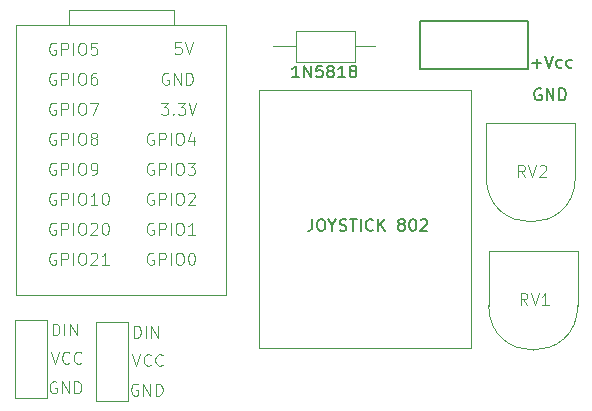
<source format=gbr>
%TF.GenerationSoftware,KiCad,Pcbnew,9.0.0*%
%TF.CreationDate,2025-03-19T09:33:47+01:00*%
%TF.ProjectId,telecommande,74656c65-636f-46d6-9d61-6e64652e6b69,rev?*%
%TF.SameCoordinates,Original*%
%TF.FileFunction,Legend,Top*%
%TF.FilePolarity,Positive*%
%FSLAX46Y46*%
G04 Gerber Fmt 4.6, Leading zero omitted, Abs format (unit mm)*
G04 Created by KiCad (PCBNEW 9.0.0) date 2025-03-19 09:33:47*
%MOMM*%
%LPD*%
G01*
G04 APERTURE LIST*
%ADD10C,0.150000*%
%ADD11C,0.100000*%
%ADD12C,0.200000*%
G04 APERTURE END LIST*
D10*
X121508779Y-79620866D02*
X122270684Y-79620866D01*
X121889731Y-80001819D02*
X121889731Y-79239914D01*
X122604017Y-79001819D02*
X122937350Y-80001819D01*
X122937350Y-80001819D02*
X123270683Y-79001819D01*
X124032588Y-79954200D02*
X123937350Y-80001819D01*
X123937350Y-80001819D02*
X123746874Y-80001819D01*
X123746874Y-80001819D02*
X123651636Y-79954200D01*
X123651636Y-79954200D02*
X123604017Y-79906580D01*
X123604017Y-79906580D02*
X123556398Y-79811342D01*
X123556398Y-79811342D02*
X123556398Y-79525628D01*
X123556398Y-79525628D02*
X123604017Y-79430390D01*
X123604017Y-79430390D02*
X123651636Y-79382771D01*
X123651636Y-79382771D02*
X123746874Y-79335152D01*
X123746874Y-79335152D02*
X123937350Y-79335152D01*
X123937350Y-79335152D02*
X124032588Y-79382771D01*
X124889731Y-79954200D02*
X124794493Y-80001819D01*
X124794493Y-80001819D02*
X124604017Y-80001819D01*
X124604017Y-80001819D02*
X124508779Y-79954200D01*
X124508779Y-79954200D02*
X124461160Y-79906580D01*
X124461160Y-79906580D02*
X124413541Y-79811342D01*
X124413541Y-79811342D02*
X124413541Y-79525628D01*
X124413541Y-79525628D02*
X124461160Y-79430390D01*
X124461160Y-79430390D02*
X124508779Y-79382771D01*
X124508779Y-79382771D02*
X124604017Y-79335152D01*
X124604017Y-79335152D02*
X124794493Y-79335152D01*
X124794493Y-79335152D02*
X124889731Y-79382771D01*
X122260588Y-81817438D02*
X122165350Y-81769819D01*
X122165350Y-81769819D02*
X122022493Y-81769819D01*
X122022493Y-81769819D02*
X121879636Y-81817438D01*
X121879636Y-81817438D02*
X121784398Y-81912676D01*
X121784398Y-81912676D02*
X121736779Y-82007914D01*
X121736779Y-82007914D02*
X121689160Y-82198390D01*
X121689160Y-82198390D02*
X121689160Y-82341247D01*
X121689160Y-82341247D02*
X121736779Y-82531723D01*
X121736779Y-82531723D02*
X121784398Y-82626961D01*
X121784398Y-82626961D02*
X121879636Y-82722200D01*
X121879636Y-82722200D02*
X122022493Y-82769819D01*
X122022493Y-82769819D02*
X122117731Y-82769819D01*
X122117731Y-82769819D02*
X122260588Y-82722200D01*
X122260588Y-82722200D02*
X122308207Y-82674580D01*
X122308207Y-82674580D02*
X122308207Y-82341247D01*
X122308207Y-82341247D02*
X122117731Y-82341247D01*
X122736779Y-82769819D02*
X122736779Y-81769819D01*
X122736779Y-81769819D02*
X123308207Y-82769819D01*
X123308207Y-82769819D02*
X123308207Y-81769819D01*
X123784398Y-82769819D02*
X123784398Y-81769819D01*
X123784398Y-81769819D02*
X124022493Y-81769819D01*
X124022493Y-81769819D02*
X124165350Y-81817438D01*
X124165350Y-81817438D02*
X124260588Y-81912676D01*
X124260588Y-81912676D02*
X124308207Y-82007914D01*
X124308207Y-82007914D02*
X124355826Y-82198390D01*
X124355826Y-82198390D02*
X124355826Y-82341247D01*
X124355826Y-82341247D02*
X124308207Y-82531723D01*
X124308207Y-82531723D02*
X124260588Y-82626961D01*
X124260588Y-82626961D02*
X124165350Y-82722200D01*
X124165350Y-82722200D02*
X124022493Y-82769819D01*
X124022493Y-82769819D02*
X123784398Y-82769819D01*
D11*
X87661027Y-104272419D02*
X87994360Y-105272419D01*
X87994360Y-105272419D02*
X88327693Y-104272419D01*
X89232455Y-105177180D02*
X89184836Y-105224800D01*
X89184836Y-105224800D02*
X89041979Y-105272419D01*
X89041979Y-105272419D02*
X88946741Y-105272419D01*
X88946741Y-105272419D02*
X88803884Y-105224800D01*
X88803884Y-105224800D02*
X88708646Y-105129561D01*
X88708646Y-105129561D02*
X88661027Y-105034323D01*
X88661027Y-105034323D02*
X88613408Y-104843847D01*
X88613408Y-104843847D02*
X88613408Y-104700990D01*
X88613408Y-104700990D02*
X88661027Y-104510514D01*
X88661027Y-104510514D02*
X88708646Y-104415276D01*
X88708646Y-104415276D02*
X88803884Y-104320038D01*
X88803884Y-104320038D02*
X88946741Y-104272419D01*
X88946741Y-104272419D02*
X89041979Y-104272419D01*
X89041979Y-104272419D02*
X89184836Y-104320038D01*
X89184836Y-104320038D02*
X89232455Y-104367657D01*
X90232455Y-105177180D02*
X90184836Y-105224800D01*
X90184836Y-105224800D02*
X90041979Y-105272419D01*
X90041979Y-105272419D02*
X89946741Y-105272419D01*
X89946741Y-105272419D02*
X89803884Y-105224800D01*
X89803884Y-105224800D02*
X89708646Y-105129561D01*
X89708646Y-105129561D02*
X89661027Y-105034323D01*
X89661027Y-105034323D02*
X89613408Y-104843847D01*
X89613408Y-104843847D02*
X89613408Y-104700990D01*
X89613408Y-104700990D02*
X89661027Y-104510514D01*
X89661027Y-104510514D02*
X89708646Y-104415276D01*
X89708646Y-104415276D02*
X89803884Y-104320038D01*
X89803884Y-104320038D02*
X89946741Y-104272419D01*
X89946741Y-104272419D02*
X90041979Y-104272419D01*
X90041979Y-104272419D02*
X90184836Y-104320038D01*
X90184836Y-104320038D02*
X90232455Y-104367657D01*
X88127693Y-106820038D02*
X88032455Y-106772419D01*
X88032455Y-106772419D02*
X87889598Y-106772419D01*
X87889598Y-106772419D02*
X87746741Y-106820038D01*
X87746741Y-106820038D02*
X87651503Y-106915276D01*
X87651503Y-106915276D02*
X87603884Y-107010514D01*
X87603884Y-107010514D02*
X87556265Y-107200990D01*
X87556265Y-107200990D02*
X87556265Y-107343847D01*
X87556265Y-107343847D02*
X87603884Y-107534323D01*
X87603884Y-107534323D02*
X87651503Y-107629561D01*
X87651503Y-107629561D02*
X87746741Y-107724800D01*
X87746741Y-107724800D02*
X87889598Y-107772419D01*
X87889598Y-107772419D02*
X87984836Y-107772419D01*
X87984836Y-107772419D02*
X88127693Y-107724800D01*
X88127693Y-107724800D02*
X88175312Y-107677180D01*
X88175312Y-107677180D02*
X88175312Y-107343847D01*
X88175312Y-107343847D02*
X87984836Y-107343847D01*
X88603884Y-107772419D02*
X88603884Y-106772419D01*
X88603884Y-106772419D02*
X89175312Y-107772419D01*
X89175312Y-107772419D02*
X89175312Y-106772419D01*
X89651503Y-107772419D02*
X89651503Y-106772419D01*
X89651503Y-106772419D02*
X89889598Y-106772419D01*
X89889598Y-106772419D02*
X90032455Y-106820038D01*
X90032455Y-106820038D02*
X90127693Y-106915276D01*
X90127693Y-106915276D02*
X90175312Y-107010514D01*
X90175312Y-107010514D02*
X90222931Y-107200990D01*
X90222931Y-107200990D02*
X90222931Y-107343847D01*
X90222931Y-107343847D02*
X90175312Y-107534323D01*
X90175312Y-107534323D02*
X90127693Y-107629561D01*
X90127693Y-107629561D02*
X90032455Y-107724800D01*
X90032455Y-107724800D02*
X89889598Y-107772419D01*
X89889598Y-107772419D02*
X89651503Y-107772419D01*
X87803884Y-102872419D02*
X87803884Y-101872419D01*
X87803884Y-101872419D02*
X88041979Y-101872419D01*
X88041979Y-101872419D02*
X88184836Y-101920038D01*
X88184836Y-101920038D02*
X88280074Y-102015276D01*
X88280074Y-102015276D02*
X88327693Y-102110514D01*
X88327693Y-102110514D02*
X88375312Y-102300990D01*
X88375312Y-102300990D02*
X88375312Y-102443847D01*
X88375312Y-102443847D02*
X88327693Y-102634323D01*
X88327693Y-102634323D02*
X88280074Y-102729561D01*
X88280074Y-102729561D02*
X88184836Y-102824800D01*
X88184836Y-102824800D02*
X88041979Y-102872419D01*
X88041979Y-102872419D02*
X87803884Y-102872419D01*
X88803884Y-102872419D02*
X88803884Y-101872419D01*
X89280074Y-102872419D02*
X89280074Y-101872419D01*
X89280074Y-101872419D02*
X89851502Y-102872419D01*
X89851502Y-102872419D02*
X89851502Y-101872419D01*
X80903884Y-102672419D02*
X80903884Y-101672419D01*
X80903884Y-101672419D02*
X81141979Y-101672419D01*
X81141979Y-101672419D02*
X81284836Y-101720038D01*
X81284836Y-101720038D02*
X81380074Y-101815276D01*
X81380074Y-101815276D02*
X81427693Y-101910514D01*
X81427693Y-101910514D02*
X81475312Y-102100990D01*
X81475312Y-102100990D02*
X81475312Y-102243847D01*
X81475312Y-102243847D02*
X81427693Y-102434323D01*
X81427693Y-102434323D02*
X81380074Y-102529561D01*
X81380074Y-102529561D02*
X81284836Y-102624800D01*
X81284836Y-102624800D02*
X81141979Y-102672419D01*
X81141979Y-102672419D02*
X80903884Y-102672419D01*
X81903884Y-102672419D02*
X81903884Y-101672419D01*
X82380074Y-102672419D02*
X82380074Y-101672419D01*
X82380074Y-101672419D02*
X82951502Y-102672419D01*
X82951502Y-102672419D02*
X82951502Y-101672419D01*
X81227693Y-106620038D02*
X81132455Y-106572419D01*
X81132455Y-106572419D02*
X80989598Y-106572419D01*
X80989598Y-106572419D02*
X80846741Y-106620038D01*
X80846741Y-106620038D02*
X80751503Y-106715276D01*
X80751503Y-106715276D02*
X80703884Y-106810514D01*
X80703884Y-106810514D02*
X80656265Y-107000990D01*
X80656265Y-107000990D02*
X80656265Y-107143847D01*
X80656265Y-107143847D02*
X80703884Y-107334323D01*
X80703884Y-107334323D02*
X80751503Y-107429561D01*
X80751503Y-107429561D02*
X80846741Y-107524800D01*
X80846741Y-107524800D02*
X80989598Y-107572419D01*
X80989598Y-107572419D02*
X81084836Y-107572419D01*
X81084836Y-107572419D02*
X81227693Y-107524800D01*
X81227693Y-107524800D02*
X81275312Y-107477180D01*
X81275312Y-107477180D02*
X81275312Y-107143847D01*
X81275312Y-107143847D02*
X81084836Y-107143847D01*
X81703884Y-107572419D02*
X81703884Y-106572419D01*
X81703884Y-106572419D02*
X82275312Y-107572419D01*
X82275312Y-107572419D02*
X82275312Y-106572419D01*
X82751503Y-107572419D02*
X82751503Y-106572419D01*
X82751503Y-106572419D02*
X82989598Y-106572419D01*
X82989598Y-106572419D02*
X83132455Y-106620038D01*
X83132455Y-106620038D02*
X83227693Y-106715276D01*
X83227693Y-106715276D02*
X83275312Y-106810514D01*
X83275312Y-106810514D02*
X83322931Y-107000990D01*
X83322931Y-107000990D02*
X83322931Y-107143847D01*
X83322931Y-107143847D02*
X83275312Y-107334323D01*
X83275312Y-107334323D02*
X83227693Y-107429561D01*
X83227693Y-107429561D02*
X83132455Y-107524800D01*
X83132455Y-107524800D02*
X82989598Y-107572419D01*
X82989598Y-107572419D02*
X82751503Y-107572419D01*
X80761027Y-104072419D02*
X81094360Y-105072419D01*
X81094360Y-105072419D02*
X81427693Y-104072419D01*
X82332455Y-104977180D02*
X82284836Y-105024800D01*
X82284836Y-105024800D02*
X82141979Y-105072419D01*
X82141979Y-105072419D02*
X82046741Y-105072419D01*
X82046741Y-105072419D02*
X81903884Y-105024800D01*
X81903884Y-105024800D02*
X81808646Y-104929561D01*
X81808646Y-104929561D02*
X81761027Y-104834323D01*
X81761027Y-104834323D02*
X81713408Y-104643847D01*
X81713408Y-104643847D02*
X81713408Y-104500990D01*
X81713408Y-104500990D02*
X81761027Y-104310514D01*
X81761027Y-104310514D02*
X81808646Y-104215276D01*
X81808646Y-104215276D02*
X81903884Y-104120038D01*
X81903884Y-104120038D02*
X82046741Y-104072419D01*
X82046741Y-104072419D02*
X82141979Y-104072419D01*
X82141979Y-104072419D02*
X82284836Y-104120038D01*
X82284836Y-104120038D02*
X82332455Y-104167657D01*
X83332455Y-104977180D02*
X83284836Y-105024800D01*
X83284836Y-105024800D02*
X83141979Y-105072419D01*
X83141979Y-105072419D02*
X83046741Y-105072419D01*
X83046741Y-105072419D02*
X82903884Y-105024800D01*
X82903884Y-105024800D02*
X82808646Y-104929561D01*
X82808646Y-104929561D02*
X82761027Y-104834323D01*
X82761027Y-104834323D02*
X82713408Y-104643847D01*
X82713408Y-104643847D02*
X82713408Y-104500990D01*
X82713408Y-104500990D02*
X82761027Y-104310514D01*
X82761027Y-104310514D02*
X82808646Y-104215276D01*
X82808646Y-104215276D02*
X82903884Y-104120038D01*
X82903884Y-104120038D02*
X83046741Y-104072419D01*
X83046741Y-104072419D02*
X83141979Y-104072419D01*
X83141979Y-104072419D02*
X83284836Y-104120038D01*
X83284836Y-104120038D02*
X83332455Y-104167657D01*
X120904761Y-89257419D02*
X120571428Y-88781228D01*
X120333333Y-89257419D02*
X120333333Y-88257419D01*
X120333333Y-88257419D02*
X120714285Y-88257419D01*
X120714285Y-88257419D02*
X120809523Y-88305038D01*
X120809523Y-88305038D02*
X120857142Y-88352657D01*
X120857142Y-88352657D02*
X120904761Y-88447895D01*
X120904761Y-88447895D02*
X120904761Y-88590752D01*
X120904761Y-88590752D02*
X120857142Y-88685990D01*
X120857142Y-88685990D02*
X120809523Y-88733609D01*
X120809523Y-88733609D02*
X120714285Y-88781228D01*
X120714285Y-88781228D02*
X120333333Y-88781228D01*
X121190476Y-88257419D02*
X121523809Y-89257419D01*
X121523809Y-89257419D02*
X121857142Y-88257419D01*
X122142857Y-88352657D02*
X122190476Y-88305038D01*
X122190476Y-88305038D02*
X122285714Y-88257419D01*
X122285714Y-88257419D02*
X122523809Y-88257419D01*
X122523809Y-88257419D02*
X122619047Y-88305038D01*
X122619047Y-88305038D02*
X122666666Y-88352657D01*
X122666666Y-88352657D02*
X122714285Y-88447895D01*
X122714285Y-88447895D02*
X122714285Y-88543133D01*
X122714285Y-88543133D02*
X122666666Y-88685990D01*
X122666666Y-88685990D02*
X122095238Y-89257419D01*
X122095238Y-89257419D02*
X122714285Y-89257419D01*
X121104761Y-100107419D02*
X120771428Y-99631228D01*
X120533333Y-100107419D02*
X120533333Y-99107419D01*
X120533333Y-99107419D02*
X120914285Y-99107419D01*
X120914285Y-99107419D02*
X121009523Y-99155038D01*
X121009523Y-99155038D02*
X121057142Y-99202657D01*
X121057142Y-99202657D02*
X121104761Y-99297895D01*
X121104761Y-99297895D02*
X121104761Y-99440752D01*
X121104761Y-99440752D02*
X121057142Y-99535990D01*
X121057142Y-99535990D02*
X121009523Y-99583609D01*
X121009523Y-99583609D02*
X120914285Y-99631228D01*
X120914285Y-99631228D02*
X120533333Y-99631228D01*
X121390476Y-99107419D02*
X121723809Y-100107419D01*
X121723809Y-100107419D02*
X122057142Y-99107419D01*
X122914285Y-100107419D02*
X122342857Y-100107419D01*
X122628571Y-100107419D02*
X122628571Y-99107419D01*
X122628571Y-99107419D02*
X122533333Y-99250276D01*
X122533333Y-99250276D02*
X122438095Y-99345514D01*
X122438095Y-99345514D02*
X122342857Y-99393133D01*
X89432693Y-85585038D02*
X89337455Y-85537419D01*
X89337455Y-85537419D02*
X89194598Y-85537419D01*
X89194598Y-85537419D02*
X89051741Y-85585038D01*
X89051741Y-85585038D02*
X88956503Y-85680276D01*
X88956503Y-85680276D02*
X88908884Y-85775514D01*
X88908884Y-85775514D02*
X88861265Y-85965990D01*
X88861265Y-85965990D02*
X88861265Y-86108847D01*
X88861265Y-86108847D02*
X88908884Y-86299323D01*
X88908884Y-86299323D02*
X88956503Y-86394561D01*
X88956503Y-86394561D02*
X89051741Y-86489800D01*
X89051741Y-86489800D02*
X89194598Y-86537419D01*
X89194598Y-86537419D02*
X89289836Y-86537419D01*
X89289836Y-86537419D02*
X89432693Y-86489800D01*
X89432693Y-86489800D02*
X89480312Y-86442180D01*
X89480312Y-86442180D02*
X89480312Y-86108847D01*
X89480312Y-86108847D02*
X89289836Y-86108847D01*
X89908884Y-86537419D02*
X89908884Y-85537419D01*
X89908884Y-85537419D02*
X90289836Y-85537419D01*
X90289836Y-85537419D02*
X90385074Y-85585038D01*
X90385074Y-85585038D02*
X90432693Y-85632657D01*
X90432693Y-85632657D02*
X90480312Y-85727895D01*
X90480312Y-85727895D02*
X90480312Y-85870752D01*
X90480312Y-85870752D02*
X90432693Y-85965990D01*
X90432693Y-85965990D02*
X90385074Y-86013609D01*
X90385074Y-86013609D02*
X90289836Y-86061228D01*
X90289836Y-86061228D02*
X89908884Y-86061228D01*
X90908884Y-86537419D02*
X90908884Y-85537419D01*
X91575550Y-85537419D02*
X91766026Y-85537419D01*
X91766026Y-85537419D02*
X91861264Y-85585038D01*
X91861264Y-85585038D02*
X91956502Y-85680276D01*
X91956502Y-85680276D02*
X92004121Y-85870752D01*
X92004121Y-85870752D02*
X92004121Y-86204085D01*
X92004121Y-86204085D02*
X91956502Y-86394561D01*
X91956502Y-86394561D02*
X91861264Y-86489800D01*
X91861264Y-86489800D02*
X91766026Y-86537419D01*
X91766026Y-86537419D02*
X91575550Y-86537419D01*
X91575550Y-86537419D02*
X91480312Y-86489800D01*
X91480312Y-86489800D02*
X91385074Y-86394561D01*
X91385074Y-86394561D02*
X91337455Y-86204085D01*
X91337455Y-86204085D02*
X91337455Y-85870752D01*
X91337455Y-85870752D02*
X91385074Y-85680276D01*
X91385074Y-85680276D02*
X91480312Y-85585038D01*
X91480312Y-85585038D02*
X91575550Y-85537419D01*
X92861264Y-85870752D02*
X92861264Y-86537419D01*
X92623169Y-85489800D02*
X92385074Y-86204085D01*
X92385074Y-86204085D02*
X93004121Y-86204085D01*
X81177693Y-93205038D02*
X81082455Y-93157419D01*
X81082455Y-93157419D02*
X80939598Y-93157419D01*
X80939598Y-93157419D02*
X80796741Y-93205038D01*
X80796741Y-93205038D02*
X80701503Y-93300276D01*
X80701503Y-93300276D02*
X80653884Y-93395514D01*
X80653884Y-93395514D02*
X80606265Y-93585990D01*
X80606265Y-93585990D02*
X80606265Y-93728847D01*
X80606265Y-93728847D02*
X80653884Y-93919323D01*
X80653884Y-93919323D02*
X80701503Y-94014561D01*
X80701503Y-94014561D02*
X80796741Y-94109800D01*
X80796741Y-94109800D02*
X80939598Y-94157419D01*
X80939598Y-94157419D02*
X81034836Y-94157419D01*
X81034836Y-94157419D02*
X81177693Y-94109800D01*
X81177693Y-94109800D02*
X81225312Y-94062180D01*
X81225312Y-94062180D02*
X81225312Y-93728847D01*
X81225312Y-93728847D02*
X81034836Y-93728847D01*
X81653884Y-94157419D02*
X81653884Y-93157419D01*
X81653884Y-93157419D02*
X82034836Y-93157419D01*
X82034836Y-93157419D02*
X82130074Y-93205038D01*
X82130074Y-93205038D02*
X82177693Y-93252657D01*
X82177693Y-93252657D02*
X82225312Y-93347895D01*
X82225312Y-93347895D02*
X82225312Y-93490752D01*
X82225312Y-93490752D02*
X82177693Y-93585990D01*
X82177693Y-93585990D02*
X82130074Y-93633609D01*
X82130074Y-93633609D02*
X82034836Y-93681228D01*
X82034836Y-93681228D02*
X81653884Y-93681228D01*
X82653884Y-94157419D02*
X82653884Y-93157419D01*
X83320550Y-93157419D02*
X83511026Y-93157419D01*
X83511026Y-93157419D02*
X83606264Y-93205038D01*
X83606264Y-93205038D02*
X83701502Y-93300276D01*
X83701502Y-93300276D02*
X83749121Y-93490752D01*
X83749121Y-93490752D02*
X83749121Y-93824085D01*
X83749121Y-93824085D02*
X83701502Y-94014561D01*
X83701502Y-94014561D02*
X83606264Y-94109800D01*
X83606264Y-94109800D02*
X83511026Y-94157419D01*
X83511026Y-94157419D02*
X83320550Y-94157419D01*
X83320550Y-94157419D02*
X83225312Y-94109800D01*
X83225312Y-94109800D02*
X83130074Y-94014561D01*
X83130074Y-94014561D02*
X83082455Y-93824085D01*
X83082455Y-93824085D02*
X83082455Y-93490752D01*
X83082455Y-93490752D02*
X83130074Y-93300276D01*
X83130074Y-93300276D02*
X83225312Y-93205038D01*
X83225312Y-93205038D02*
X83320550Y-93157419D01*
X84130074Y-93252657D02*
X84177693Y-93205038D01*
X84177693Y-93205038D02*
X84272931Y-93157419D01*
X84272931Y-93157419D02*
X84511026Y-93157419D01*
X84511026Y-93157419D02*
X84606264Y-93205038D01*
X84606264Y-93205038D02*
X84653883Y-93252657D01*
X84653883Y-93252657D02*
X84701502Y-93347895D01*
X84701502Y-93347895D02*
X84701502Y-93443133D01*
X84701502Y-93443133D02*
X84653883Y-93585990D01*
X84653883Y-93585990D02*
X84082455Y-94157419D01*
X84082455Y-94157419D02*
X84701502Y-94157419D01*
X85320550Y-93157419D02*
X85415788Y-93157419D01*
X85415788Y-93157419D02*
X85511026Y-93205038D01*
X85511026Y-93205038D02*
X85558645Y-93252657D01*
X85558645Y-93252657D02*
X85606264Y-93347895D01*
X85606264Y-93347895D02*
X85653883Y-93538371D01*
X85653883Y-93538371D02*
X85653883Y-93776466D01*
X85653883Y-93776466D02*
X85606264Y-93966942D01*
X85606264Y-93966942D02*
X85558645Y-94062180D01*
X85558645Y-94062180D02*
X85511026Y-94109800D01*
X85511026Y-94109800D02*
X85415788Y-94157419D01*
X85415788Y-94157419D02*
X85320550Y-94157419D01*
X85320550Y-94157419D02*
X85225312Y-94109800D01*
X85225312Y-94109800D02*
X85177693Y-94062180D01*
X85177693Y-94062180D02*
X85130074Y-93966942D01*
X85130074Y-93966942D02*
X85082455Y-93776466D01*
X85082455Y-93776466D02*
X85082455Y-93538371D01*
X85082455Y-93538371D02*
X85130074Y-93347895D01*
X85130074Y-93347895D02*
X85177693Y-93252657D01*
X85177693Y-93252657D02*
X85225312Y-93205038D01*
X85225312Y-93205038D02*
X85320550Y-93157419D01*
X81177693Y-88125038D02*
X81082455Y-88077419D01*
X81082455Y-88077419D02*
X80939598Y-88077419D01*
X80939598Y-88077419D02*
X80796741Y-88125038D01*
X80796741Y-88125038D02*
X80701503Y-88220276D01*
X80701503Y-88220276D02*
X80653884Y-88315514D01*
X80653884Y-88315514D02*
X80606265Y-88505990D01*
X80606265Y-88505990D02*
X80606265Y-88648847D01*
X80606265Y-88648847D02*
X80653884Y-88839323D01*
X80653884Y-88839323D02*
X80701503Y-88934561D01*
X80701503Y-88934561D02*
X80796741Y-89029800D01*
X80796741Y-89029800D02*
X80939598Y-89077419D01*
X80939598Y-89077419D02*
X81034836Y-89077419D01*
X81034836Y-89077419D02*
X81177693Y-89029800D01*
X81177693Y-89029800D02*
X81225312Y-88982180D01*
X81225312Y-88982180D02*
X81225312Y-88648847D01*
X81225312Y-88648847D02*
X81034836Y-88648847D01*
X81653884Y-89077419D02*
X81653884Y-88077419D01*
X81653884Y-88077419D02*
X82034836Y-88077419D01*
X82034836Y-88077419D02*
X82130074Y-88125038D01*
X82130074Y-88125038D02*
X82177693Y-88172657D01*
X82177693Y-88172657D02*
X82225312Y-88267895D01*
X82225312Y-88267895D02*
X82225312Y-88410752D01*
X82225312Y-88410752D02*
X82177693Y-88505990D01*
X82177693Y-88505990D02*
X82130074Y-88553609D01*
X82130074Y-88553609D02*
X82034836Y-88601228D01*
X82034836Y-88601228D02*
X81653884Y-88601228D01*
X82653884Y-89077419D02*
X82653884Y-88077419D01*
X83320550Y-88077419D02*
X83511026Y-88077419D01*
X83511026Y-88077419D02*
X83606264Y-88125038D01*
X83606264Y-88125038D02*
X83701502Y-88220276D01*
X83701502Y-88220276D02*
X83749121Y-88410752D01*
X83749121Y-88410752D02*
X83749121Y-88744085D01*
X83749121Y-88744085D02*
X83701502Y-88934561D01*
X83701502Y-88934561D02*
X83606264Y-89029800D01*
X83606264Y-89029800D02*
X83511026Y-89077419D01*
X83511026Y-89077419D02*
X83320550Y-89077419D01*
X83320550Y-89077419D02*
X83225312Y-89029800D01*
X83225312Y-89029800D02*
X83130074Y-88934561D01*
X83130074Y-88934561D02*
X83082455Y-88744085D01*
X83082455Y-88744085D02*
X83082455Y-88410752D01*
X83082455Y-88410752D02*
X83130074Y-88220276D01*
X83130074Y-88220276D02*
X83225312Y-88125038D01*
X83225312Y-88125038D02*
X83320550Y-88077419D01*
X84225312Y-89077419D02*
X84415788Y-89077419D01*
X84415788Y-89077419D02*
X84511026Y-89029800D01*
X84511026Y-89029800D02*
X84558645Y-88982180D01*
X84558645Y-88982180D02*
X84653883Y-88839323D01*
X84653883Y-88839323D02*
X84701502Y-88648847D01*
X84701502Y-88648847D02*
X84701502Y-88267895D01*
X84701502Y-88267895D02*
X84653883Y-88172657D01*
X84653883Y-88172657D02*
X84606264Y-88125038D01*
X84606264Y-88125038D02*
X84511026Y-88077419D01*
X84511026Y-88077419D02*
X84320550Y-88077419D01*
X84320550Y-88077419D02*
X84225312Y-88125038D01*
X84225312Y-88125038D02*
X84177693Y-88172657D01*
X84177693Y-88172657D02*
X84130074Y-88267895D01*
X84130074Y-88267895D02*
X84130074Y-88505990D01*
X84130074Y-88505990D02*
X84177693Y-88601228D01*
X84177693Y-88601228D02*
X84225312Y-88648847D01*
X84225312Y-88648847D02*
X84320550Y-88696466D01*
X84320550Y-88696466D02*
X84511026Y-88696466D01*
X84511026Y-88696466D02*
X84606264Y-88648847D01*
X84606264Y-88648847D02*
X84653883Y-88601228D01*
X84653883Y-88601228D02*
X84701502Y-88505990D01*
X89432693Y-93205038D02*
X89337455Y-93157419D01*
X89337455Y-93157419D02*
X89194598Y-93157419D01*
X89194598Y-93157419D02*
X89051741Y-93205038D01*
X89051741Y-93205038D02*
X88956503Y-93300276D01*
X88956503Y-93300276D02*
X88908884Y-93395514D01*
X88908884Y-93395514D02*
X88861265Y-93585990D01*
X88861265Y-93585990D02*
X88861265Y-93728847D01*
X88861265Y-93728847D02*
X88908884Y-93919323D01*
X88908884Y-93919323D02*
X88956503Y-94014561D01*
X88956503Y-94014561D02*
X89051741Y-94109800D01*
X89051741Y-94109800D02*
X89194598Y-94157419D01*
X89194598Y-94157419D02*
X89289836Y-94157419D01*
X89289836Y-94157419D02*
X89432693Y-94109800D01*
X89432693Y-94109800D02*
X89480312Y-94062180D01*
X89480312Y-94062180D02*
X89480312Y-93728847D01*
X89480312Y-93728847D02*
X89289836Y-93728847D01*
X89908884Y-94157419D02*
X89908884Y-93157419D01*
X89908884Y-93157419D02*
X90289836Y-93157419D01*
X90289836Y-93157419D02*
X90385074Y-93205038D01*
X90385074Y-93205038D02*
X90432693Y-93252657D01*
X90432693Y-93252657D02*
X90480312Y-93347895D01*
X90480312Y-93347895D02*
X90480312Y-93490752D01*
X90480312Y-93490752D02*
X90432693Y-93585990D01*
X90432693Y-93585990D02*
X90385074Y-93633609D01*
X90385074Y-93633609D02*
X90289836Y-93681228D01*
X90289836Y-93681228D02*
X89908884Y-93681228D01*
X90908884Y-94157419D02*
X90908884Y-93157419D01*
X91575550Y-93157419D02*
X91766026Y-93157419D01*
X91766026Y-93157419D02*
X91861264Y-93205038D01*
X91861264Y-93205038D02*
X91956502Y-93300276D01*
X91956502Y-93300276D02*
X92004121Y-93490752D01*
X92004121Y-93490752D02*
X92004121Y-93824085D01*
X92004121Y-93824085D02*
X91956502Y-94014561D01*
X91956502Y-94014561D02*
X91861264Y-94109800D01*
X91861264Y-94109800D02*
X91766026Y-94157419D01*
X91766026Y-94157419D02*
X91575550Y-94157419D01*
X91575550Y-94157419D02*
X91480312Y-94109800D01*
X91480312Y-94109800D02*
X91385074Y-94014561D01*
X91385074Y-94014561D02*
X91337455Y-93824085D01*
X91337455Y-93824085D02*
X91337455Y-93490752D01*
X91337455Y-93490752D02*
X91385074Y-93300276D01*
X91385074Y-93300276D02*
X91480312Y-93205038D01*
X91480312Y-93205038D02*
X91575550Y-93157419D01*
X92956502Y-94157419D02*
X92385074Y-94157419D01*
X92670788Y-94157419D02*
X92670788Y-93157419D01*
X92670788Y-93157419D02*
X92575550Y-93300276D01*
X92575550Y-93300276D02*
X92480312Y-93395514D01*
X92480312Y-93395514D02*
X92385074Y-93443133D01*
X89432693Y-90665038D02*
X89337455Y-90617419D01*
X89337455Y-90617419D02*
X89194598Y-90617419D01*
X89194598Y-90617419D02*
X89051741Y-90665038D01*
X89051741Y-90665038D02*
X88956503Y-90760276D01*
X88956503Y-90760276D02*
X88908884Y-90855514D01*
X88908884Y-90855514D02*
X88861265Y-91045990D01*
X88861265Y-91045990D02*
X88861265Y-91188847D01*
X88861265Y-91188847D02*
X88908884Y-91379323D01*
X88908884Y-91379323D02*
X88956503Y-91474561D01*
X88956503Y-91474561D02*
X89051741Y-91569800D01*
X89051741Y-91569800D02*
X89194598Y-91617419D01*
X89194598Y-91617419D02*
X89289836Y-91617419D01*
X89289836Y-91617419D02*
X89432693Y-91569800D01*
X89432693Y-91569800D02*
X89480312Y-91522180D01*
X89480312Y-91522180D02*
X89480312Y-91188847D01*
X89480312Y-91188847D02*
X89289836Y-91188847D01*
X89908884Y-91617419D02*
X89908884Y-90617419D01*
X89908884Y-90617419D02*
X90289836Y-90617419D01*
X90289836Y-90617419D02*
X90385074Y-90665038D01*
X90385074Y-90665038D02*
X90432693Y-90712657D01*
X90432693Y-90712657D02*
X90480312Y-90807895D01*
X90480312Y-90807895D02*
X90480312Y-90950752D01*
X90480312Y-90950752D02*
X90432693Y-91045990D01*
X90432693Y-91045990D02*
X90385074Y-91093609D01*
X90385074Y-91093609D02*
X90289836Y-91141228D01*
X90289836Y-91141228D02*
X89908884Y-91141228D01*
X90908884Y-91617419D02*
X90908884Y-90617419D01*
X91575550Y-90617419D02*
X91766026Y-90617419D01*
X91766026Y-90617419D02*
X91861264Y-90665038D01*
X91861264Y-90665038D02*
X91956502Y-90760276D01*
X91956502Y-90760276D02*
X92004121Y-90950752D01*
X92004121Y-90950752D02*
X92004121Y-91284085D01*
X92004121Y-91284085D02*
X91956502Y-91474561D01*
X91956502Y-91474561D02*
X91861264Y-91569800D01*
X91861264Y-91569800D02*
X91766026Y-91617419D01*
X91766026Y-91617419D02*
X91575550Y-91617419D01*
X91575550Y-91617419D02*
X91480312Y-91569800D01*
X91480312Y-91569800D02*
X91385074Y-91474561D01*
X91385074Y-91474561D02*
X91337455Y-91284085D01*
X91337455Y-91284085D02*
X91337455Y-90950752D01*
X91337455Y-90950752D02*
X91385074Y-90760276D01*
X91385074Y-90760276D02*
X91480312Y-90665038D01*
X91480312Y-90665038D02*
X91575550Y-90617419D01*
X92385074Y-90712657D02*
X92432693Y-90665038D01*
X92432693Y-90665038D02*
X92527931Y-90617419D01*
X92527931Y-90617419D02*
X92766026Y-90617419D01*
X92766026Y-90617419D02*
X92861264Y-90665038D01*
X92861264Y-90665038D02*
X92908883Y-90712657D01*
X92908883Y-90712657D02*
X92956502Y-90807895D01*
X92956502Y-90807895D02*
X92956502Y-90903133D01*
X92956502Y-90903133D02*
X92908883Y-91045990D01*
X92908883Y-91045990D02*
X92337455Y-91617419D01*
X92337455Y-91617419D02*
X92956502Y-91617419D01*
X81177693Y-77965038D02*
X81082455Y-77917419D01*
X81082455Y-77917419D02*
X80939598Y-77917419D01*
X80939598Y-77917419D02*
X80796741Y-77965038D01*
X80796741Y-77965038D02*
X80701503Y-78060276D01*
X80701503Y-78060276D02*
X80653884Y-78155514D01*
X80653884Y-78155514D02*
X80606265Y-78345990D01*
X80606265Y-78345990D02*
X80606265Y-78488847D01*
X80606265Y-78488847D02*
X80653884Y-78679323D01*
X80653884Y-78679323D02*
X80701503Y-78774561D01*
X80701503Y-78774561D02*
X80796741Y-78869800D01*
X80796741Y-78869800D02*
X80939598Y-78917419D01*
X80939598Y-78917419D02*
X81034836Y-78917419D01*
X81034836Y-78917419D02*
X81177693Y-78869800D01*
X81177693Y-78869800D02*
X81225312Y-78822180D01*
X81225312Y-78822180D02*
X81225312Y-78488847D01*
X81225312Y-78488847D02*
X81034836Y-78488847D01*
X81653884Y-78917419D02*
X81653884Y-77917419D01*
X81653884Y-77917419D02*
X82034836Y-77917419D01*
X82034836Y-77917419D02*
X82130074Y-77965038D01*
X82130074Y-77965038D02*
X82177693Y-78012657D01*
X82177693Y-78012657D02*
X82225312Y-78107895D01*
X82225312Y-78107895D02*
X82225312Y-78250752D01*
X82225312Y-78250752D02*
X82177693Y-78345990D01*
X82177693Y-78345990D02*
X82130074Y-78393609D01*
X82130074Y-78393609D02*
X82034836Y-78441228D01*
X82034836Y-78441228D02*
X81653884Y-78441228D01*
X82653884Y-78917419D02*
X82653884Y-77917419D01*
X83320550Y-77917419D02*
X83511026Y-77917419D01*
X83511026Y-77917419D02*
X83606264Y-77965038D01*
X83606264Y-77965038D02*
X83701502Y-78060276D01*
X83701502Y-78060276D02*
X83749121Y-78250752D01*
X83749121Y-78250752D02*
X83749121Y-78584085D01*
X83749121Y-78584085D02*
X83701502Y-78774561D01*
X83701502Y-78774561D02*
X83606264Y-78869800D01*
X83606264Y-78869800D02*
X83511026Y-78917419D01*
X83511026Y-78917419D02*
X83320550Y-78917419D01*
X83320550Y-78917419D02*
X83225312Y-78869800D01*
X83225312Y-78869800D02*
X83130074Y-78774561D01*
X83130074Y-78774561D02*
X83082455Y-78584085D01*
X83082455Y-78584085D02*
X83082455Y-78250752D01*
X83082455Y-78250752D02*
X83130074Y-78060276D01*
X83130074Y-78060276D02*
X83225312Y-77965038D01*
X83225312Y-77965038D02*
X83320550Y-77917419D01*
X84653883Y-77917419D02*
X84177693Y-77917419D01*
X84177693Y-77917419D02*
X84130074Y-78393609D01*
X84130074Y-78393609D02*
X84177693Y-78345990D01*
X84177693Y-78345990D02*
X84272931Y-78298371D01*
X84272931Y-78298371D02*
X84511026Y-78298371D01*
X84511026Y-78298371D02*
X84606264Y-78345990D01*
X84606264Y-78345990D02*
X84653883Y-78393609D01*
X84653883Y-78393609D02*
X84701502Y-78488847D01*
X84701502Y-78488847D02*
X84701502Y-78726942D01*
X84701502Y-78726942D02*
X84653883Y-78822180D01*
X84653883Y-78822180D02*
X84606264Y-78869800D01*
X84606264Y-78869800D02*
X84511026Y-78917419D01*
X84511026Y-78917419D02*
X84272931Y-78917419D01*
X84272931Y-78917419D02*
X84177693Y-78869800D01*
X84177693Y-78869800D02*
X84130074Y-78822180D01*
X81177693Y-95745038D02*
X81082455Y-95697419D01*
X81082455Y-95697419D02*
X80939598Y-95697419D01*
X80939598Y-95697419D02*
X80796741Y-95745038D01*
X80796741Y-95745038D02*
X80701503Y-95840276D01*
X80701503Y-95840276D02*
X80653884Y-95935514D01*
X80653884Y-95935514D02*
X80606265Y-96125990D01*
X80606265Y-96125990D02*
X80606265Y-96268847D01*
X80606265Y-96268847D02*
X80653884Y-96459323D01*
X80653884Y-96459323D02*
X80701503Y-96554561D01*
X80701503Y-96554561D02*
X80796741Y-96649800D01*
X80796741Y-96649800D02*
X80939598Y-96697419D01*
X80939598Y-96697419D02*
X81034836Y-96697419D01*
X81034836Y-96697419D02*
X81177693Y-96649800D01*
X81177693Y-96649800D02*
X81225312Y-96602180D01*
X81225312Y-96602180D02*
X81225312Y-96268847D01*
X81225312Y-96268847D02*
X81034836Y-96268847D01*
X81653884Y-96697419D02*
X81653884Y-95697419D01*
X81653884Y-95697419D02*
X82034836Y-95697419D01*
X82034836Y-95697419D02*
X82130074Y-95745038D01*
X82130074Y-95745038D02*
X82177693Y-95792657D01*
X82177693Y-95792657D02*
X82225312Y-95887895D01*
X82225312Y-95887895D02*
X82225312Y-96030752D01*
X82225312Y-96030752D02*
X82177693Y-96125990D01*
X82177693Y-96125990D02*
X82130074Y-96173609D01*
X82130074Y-96173609D02*
X82034836Y-96221228D01*
X82034836Y-96221228D02*
X81653884Y-96221228D01*
X82653884Y-96697419D02*
X82653884Y-95697419D01*
X83320550Y-95697419D02*
X83511026Y-95697419D01*
X83511026Y-95697419D02*
X83606264Y-95745038D01*
X83606264Y-95745038D02*
X83701502Y-95840276D01*
X83701502Y-95840276D02*
X83749121Y-96030752D01*
X83749121Y-96030752D02*
X83749121Y-96364085D01*
X83749121Y-96364085D02*
X83701502Y-96554561D01*
X83701502Y-96554561D02*
X83606264Y-96649800D01*
X83606264Y-96649800D02*
X83511026Y-96697419D01*
X83511026Y-96697419D02*
X83320550Y-96697419D01*
X83320550Y-96697419D02*
X83225312Y-96649800D01*
X83225312Y-96649800D02*
X83130074Y-96554561D01*
X83130074Y-96554561D02*
X83082455Y-96364085D01*
X83082455Y-96364085D02*
X83082455Y-96030752D01*
X83082455Y-96030752D02*
X83130074Y-95840276D01*
X83130074Y-95840276D02*
X83225312Y-95745038D01*
X83225312Y-95745038D02*
X83320550Y-95697419D01*
X84130074Y-95792657D02*
X84177693Y-95745038D01*
X84177693Y-95745038D02*
X84272931Y-95697419D01*
X84272931Y-95697419D02*
X84511026Y-95697419D01*
X84511026Y-95697419D02*
X84606264Y-95745038D01*
X84606264Y-95745038D02*
X84653883Y-95792657D01*
X84653883Y-95792657D02*
X84701502Y-95887895D01*
X84701502Y-95887895D02*
X84701502Y-95983133D01*
X84701502Y-95983133D02*
X84653883Y-96125990D01*
X84653883Y-96125990D02*
X84082455Y-96697419D01*
X84082455Y-96697419D02*
X84701502Y-96697419D01*
X85653883Y-96697419D02*
X85082455Y-96697419D01*
X85368169Y-96697419D02*
X85368169Y-95697419D01*
X85368169Y-95697419D02*
X85272931Y-95840276D01*
X85272931Y-95840276D02*
X85177693Y-95935514D01*
X85177693Y-95935514D02*
X85082455Y-95983133D01*
X89432693Y-88125038D02*
X89337455Y-88077419D01*
X89337455Y-88077419D02*
X89194598Y-88077419D01*
X89194598Y-88077419D02*
X89051741Y-88125038D01*
X89051741Y-88125038D02*
X88956503Y-88220276D01*
X88956503Y-88220276D02*
X88908884Y-88315514D01*
X88908884Y-88315514D02*
X88861265Y-88505990D01*
X88861265Y-88505990D02*
X88861265Y-88648847D01*
X88861265Y-88648847D02*
X88908884Y-88839323D01*
X88908884Y-88839323D02*
X88956503Y-88934561D01*
X88956503Y-88934561D02*
X89051741Y-89029800D01*
X89051741Y-89029800D02*
X89194598Y-89077419D01*
X89194598Y-89077419D02*
X89289836Y-89077419D01*
X89289836Y-89077419D02*
X89432693Y-89029800D01*
X89432693Y-89029800D02*
X89480312Y-88982180D01*
X89480312Y-88982180D02*
X89480312Y-88648847D01*
X89480312Y-88648847D02*
X89289836Y-88648847D01*
X89908884Y-89077419D02*
X89908884Y-88077419D01*
X89908884Y-88077419D02*
X90289836Y-88077419D01*
X90289836Y-88077419D02*
X90385074Y-88125038D01*
X90385074Y-88125038D02*
X90432693Y-88172657D01*
X90432693Y-88172657D02*
X90480312Y-88267895D01*
X90480312Y-88267895D02*
X90480312Y-88410752D01*
X90480312Y-88410752D02*
X90432693Y-88505990D01*
X90432693Y-88505990D02*
X90385074Y-88553609D01*
X90385074Y-88553609D02*
X90289836Y-88601228D01*
X90289836Y-88601228D02*
X89908884Y-88601228D01*
X90908884Y-89077419D02*
X90908884Y-88077419D01*
X91575550Y-88077419D02*
X91766026Y-88077419D01*
X91766026Y-88077419D02*
X91861264Y-88125038D01*
X91861264Y-88125038D02*
X91956502Y-88220276D01*
X91956502Y-88220276D02*
X92004121Y-88410752D01*
X92004121Y-88410752D02*
X92004121Y-88744085D01*
X92004121Y-88744085D02*
X91956502Y-88934561D01*
X91956502Y-88934561D02*
X91861264Y-89029800D01*
X91861264Y-89029800D02*
X91766026Y-89077419D01*
X91766026Y-89077419D02*
X91575550Y-89077419D01*
X91575550Y-89077419D02*
X91480312Y-89029800D01*
X91480312Y-89029800D02*
X91385074Y-88934561D01*
X91385074Y-88934561D02*
X91337455Y-88744085D01*
X91337455Y-88744085D02*
X91337455Y-88410752D01*
X91337455Y-88410752D02*
X91385074Y-88220276D01*
X91385074Y-88220276D02*
X91480312Y-88125038D01*
X91480312Y-88125038D02*
X91575550Y-88077419D01*
X92337455Y-88077419D02*
X92956502Y-88077419D01*
X92956502Y-88077419D02*
X92623169Y-88458371D01*
X92623169Y-88458371D02*
X92766026Y-88458371D01*
X92766026Y-88458371D02*
X92861264Y-88505990D01*
X92861264Y-88505990D02*
X92908883Y-88553609D01*
X92908883Y-88553609D02*
X92956502Y-88648847D01*
X92956502Y-88648847D02*
X92956502Y-88886942D01*
X92956502Y-88886942D02*
X92908883Y-88982180D01*
X92908883Y-88982180D02*
X92861264Y-89029800D01*
X92861264Y-89029800D02*
X92766026Y-89077419D01*
X92766026Y-89077419D02*
X92480312Y-89077419D01*
X92480312Y-89077419D02*
X92385074Y-89029800D01*
X92385074Y-89029800D02*
X92337455Y-88982180D01*
X81177693Y-80505038D02*
X81082455Y-80457419D01*
X81082455Y-80457419D02*
X80939598Y-80457419D01*
X80939598Y-80457419D02*
X80796741Y-80505038D01*
X80796741Y-80505038D02*
X80701503Y-80600276D01*
X80701503Y-80600276D02*
X80653884Y-80695514D01*
X80653884Y-80695514D02*
X80606265Y-80885990D01*
X80606265Y-80885990D02*
X80606265Y-81028847D01*
X80606265Y-81028847D02*
X80653884Y-81219323D01*
X80653884Y-81219323D02*
X80701503Y-81314561D01*
X80701503Y-81314561D02*
X80796741Y-81409800D01*
X80796741Y-81409800D02*
X80939598Y-81457419D01*
X80939598Y-81457419D02*
X81034836Y-81457419D01*
X81034836Y-81457419D02*
X81177693Y-81409800D01*
X81177693Y-81409800D02*
X81225312Y-81362180D01*
X81225312Y-81362180D02*
X81225312Y-81028847D01*
X81225312Y-81028847D02*
X81034836Y-81028847D01*
X81653884Y-81457419D02*
X81653884Y-80457419D01*
X81653884Y-80457419D02*
X82034836Y-80457419D01*
X82034836Y-80457419D02*
X82130074Y-80505038D01*
X82130074Y-80505038D02*
X82177693Y-80552657D01*
X82177693Y-80552657D02*
X82225312Y-80647895D01*
X82225312Y-80647895D02*
X82225312Y-80790752D01*
X82225312Y-80790752D02*
X82177693Y-80885990D01*
X82177693Y-80885990D02*
X82130074Y-80933609D01*
X82130074Y-80933609D02*
X82034836Y-80981228D01*
X82034836Y-80981228D02*
X81653884Y-80981228D01*
X82653884Y-81457419D02*
X82653884Y-80457419D01*
X83320550Y-80457419D02*
X83511026Y-80457419D01*
X83511026Y-80457419D02*
X83606264Y-80505038D01*
X83606264Y-80505038D02*
X83701502Y-80600276D01*
X83701502Y-80600276D02*
X83749121Y-80790752D01*
X83749121Y-80790752D02*
X83749121Y-81124085D01*
X83749121Y-81124085D02*
X83701502Y-81314561D01*
X83701502Y-81314561D02*
X83606264Y-81409800D01*
X83606264Y-81409800D02*
X83511026Y-81457419D01*
X83511026Y-81457419D02*
X83320550Y-81457419D01*
X83320550Y-81457419D02*
X83225312Y-81409800D01*
X83225312Y-81409800D02*
X83130074Y-81314561D01*
X83130074Y-81314561D02*
X83082455Y-81124085D01*
X83082455Y-81124085D02*
X83082455Y-80790752D01*
X83082455Y-80790752D02*
X83130074Y-80600276D01*
X83130074Y-80600276D02*
X83225312Y-80505038D01*
X83225312Y-80505038D02*
X83320550Y-80457419D01*
X84606264Y-80457419D02*
X84415788Y-80457419D01*
X84415788Y-80457419D02*
X84320550Y-80505038D01*
X84320550Y-80505038D02*
X84272931Y-80552657D01*
X84272931Y-80552657D02*
X84177693Y-80695514D01*
X84177693Y-80695514D02*
X84130074Y-80885990D01*
X84130074Y-80885990D02*
X84130074Y-81266942D01*
X84130074Y-81266942D02*
X84177693Y-81362180D01*
X84177693Y-81362180D02*
X84225312Y-81409800D01*
X84225312Y-81409800D02*
X84320550Y-81457419D01*
X84320550Y-81457419D02*
X84511026Y-81457419D01*
X84511026Y-81457419D02*
X84606264Y-81409800D01*
X84606264Y-81409800D02*
X84653883Y-81362180D01*
X84653883Y-81362180D02*
X84701502Y-81266942D01*
X84701502Y-81266942D02*
X84701502Y-81028847D01*
X84701502Y-81028847D02*
X84653883Y-80933609D01*
X84653883Y-80933609D02*
X84606264Y-80885990D01*
X84606264Y-80885990D02*
X84511026Y-80838371D01*
X84511026Y-80838371D02*
X84320550Y-80838371D01*
X84320550Y-80838371D02*
X84225312Y-80885990D01*
X84225312Y-80885990D02*
X84177693Y-80933609D01*
X84177693Y-80933609D02*
X84130074Y-81028847D01*
X89432693Y-95745038D02*
X89337455Y-95697419D01*
X89337455Y-95697419D02*
X89194598Y-95697419D01*
X89194598Y-95697419D02*
X89051741Y-95745038D01*
X89051741Y-95745038D02*
X88956503Y-95840276D01*
X88956503Y-95840276D02*
X88908884Y-95935514D01*
X88908884Y-95935514D02*
X88861265Y-96125990D01*
X88861265Y-96125990D02*
X88861265Y-96268847D01*
X88861265Y-96268847D02*
X88908884Y-96459323D01*
X88908884Y-96459323D02*
X88956503Y-96554561D01*
X88956503Y-96554561D02*
X89051741Y-96649800D01*
X89051741Y-96649800D02*
X89194598Y-96697419D01*
X89194598Y-96697419D02*
X89289836Y-96697419D01*
X89289836Y-96697419D02*
X89432693Y-96649800D01*
X89432693Y-96649800D02*
X89480312Y-96602180D01*
X89480312Y-96602180D02*
X89480312Y-96268847D01*
X89480312Y-96268847D02*
X89289836Y-96268847D01*
X89908884Y-96697419D02*
X89908884Y-95697419D01*
X89908884Y-95697419D02*
X90289836Y-95697419D01*
X90289836Y-95697419D02*
X90385074Y-95745038D01*
X90385074Y-95745038D02*
X90432693Y-95792657D01*
X90432693Y-95792657D02*
X90480312Y-95887895D01*
X90480312Y-95887895D02*
X90480312Y-96030752D01*
X90480312Y-96030752D02*
X90432693Y-96125990D01*
X90432693Y-96125990D02*
X90385074Y-96173609D01*
X90385074Y-96173609D02*
X90289836Y-96221228D01*
X90289836Y-96221228D02*
X89908884Y-96221228D01*
X90908884Y-96697419D02*
X90908884Y-95697419D01*
X91575550Y-95697419D02*
X91766026Y-95697419D01*
X91766026Y-95697419D02*
X91861264Y-95745038D01*
X91861264Y-95745038D02*
X91956502Y-95840276D01*
X91956502Y-95840276D02*
X92004121Y-96030752D01*
X92004121Y-96030752D02*
X92004121Y-96364085D01*
X92004121Y-96364085D02*
X91956502Y-96554561D01*
X91956502Y-96554561D02*
X91861264Y-96649800D01*
X91861264Y-96649800D02*
X91766026Y-96697419D01*
X91766026Y-96697419D02*
X91575550Y-96697419D01*
X91575550Y-96697419D02*
X91480312Y-96649800D01*
X91480312Y-96649800D02*
X91385074Y-96554561D01*
X91385074Y-96554561D02*
X91337455Y-96364085D01*
X91337455Y-96364085D02*
X91337455Y-96030752D01*
X91337455Y-96030752D02*
X91385074Y-95840276D01*
X91385074Y-95840276D02*
X91480312Y-95745038D01*
X91480312Y-95745038D02*
X91575550Y-95697419D01*
X92623169Y-95697419D02*
X92718407Y-95697419D01*
X92718407Y-95697419D02*
X92813645Y-95745038D01*
X92813645Y-95745038D02*
X92861264Y-95792657D01*
X92861264Y-95792657D02*
X92908883Y-95887895D01*
X92908883Y-95887895D02*
X92956502Y-96078371D01*
X92956502Y-96078371D02*
X92956502Y-96316466D01*
X92956502Y-96316466D02*
X92908883Y-96506942D01*
X92908883Y-96506942D02*
X92861264Y-96602180D01*
X92861264Y-96602180D02*
X92813645Y-96649800D01*
X92813645Y-96649800D02*
X92718407Y-96697419D01*
X92718407Y-96697419D02*
X92623169Y-96697419D01*
X92623169Y-96697419D02*
X92527931Y-96649800D01*
X92527931Y-96649800D02*
X92480312Y-96602180D01*
X92480312Y-96602180D02*
X92432693Y-96506942D01*
X92432693Y-96506942D02*
X92385074Y-96316466D01*
X92385074Y-96316466D02*
X92385074Y-96078371D01*
X92385074Y-96078371D02*
X92432693Y-95887895D01*
X92432693Y-95887895D02*
X92480312Y-95792657D01*
X92480312Y-95792657D02*
X92527931Y-95745038D01*
X92527931Y-95745038D02*
X92623169Y-95697419D01*
X91780074Y-77872419D02*
X91303884Y-77872419D01*
X91303884Y-77872419D02*
X91256265Y-78348609D01*
X91256265Y-78348609D02*
X91303884Y-78300990D01*
X91303884Y-78300990D02*
X91399122Y-78253371D01*
X91399122Y-78253371D02*
X91637217Y-78253371D01*
X91637217Y-78253371D02*
X91732455Y-78300990D01*
X91732455Y-78300990D02*
X91780074Y-78348609D01*
X91780074Y-78348609D02*
X91827693Y-78443847D01*
X91827693Y-78443847D02*
X91827693Y-78681942D01*
X91827693Y-78681942D02*
X91780074Y-78777180D01*
X91780074Y-78777180D02*
X91732455Y-78824800D01*
X91732455Y-78824800D02*
X91637217Y-78872419D01*
X91637217Y-78872419D02*
X91399122Y-78872419D01*
X91399122Y-78872419D02*
X91303884Y-78824800D01*
X91303884Y-78824800D02*
X91256265Y-78777180D01*
X92113408Y-77872419D02*
X92446741Y-78872419D01*
X92446741Y-78872419D02*
X92780074Y-77872419D01*
X81177693Y-83045038D02*
X81082455Y-82997419D01*
X81082455Y-82997419D02*
X80939598Y-82997419D01*
X80939598Y-82997419D02*
X80796741Y-83045038D01*
X80796741Y-83045038D02*
X80701503Y-83140276D01*
X80701503Y-83140276D02*
X80653884Y-83235514D01*
X80653884Y-83235514D02*
X80606265Y-83425990D01*
X80606265Y-83425990D02*
X80606265Y-83568847D01*
X80606265Y-83568847D02*
X80653884Y-83759323D01*
X80653884Y-83759323D02*
X80701503Y-83854561D01*
X80701503Y-83854561D02*
X80796741Y-83949800D01*
X80796741Y-83949800D02*
X80939598Y-83997419D01*
X80939598Y-83997419D02*
X81034836Y-83997419D01*
X81034836Y-83997419D02*
X81177693Y-83949800D01*
X81177693Y-83949800D02*
X81225312Y-83902180D01*
X81225312Y-83902180D02*
X81225312Y-83568847D01*
X81225312Y-83568847D02*
X81034836Y-83568847D01*
X81653884Y-83997419D02*
X81653884Y-82997419D01*
X81653884Y-82997419D02*
X82034836Y-82997419D01*
X82034836Y-82997419D02*
X82130074Y-83045038D01*
X82130074Y-83045038D02*
X82177693Y-83092657D01*
X82177693Y-83092657D02*
X82225312Y-83187895D01*
X82225312Y-83187895D02*
X82225312Y-83330752D01*
X82225312Y-83330752D02*
X82177693Y-83425990D01*
X82177693Y-83425990D02*
X82130074Y-83473609D01*
X82130074Y-83473609D02*
X82034836Y-83521228D01*
X82034836Y-83521228D02*
X81653884Y-83521228D01*
X82653884Y-83997419D02*
X82653884Y-82997419D01*
X83320550Y-82997419D02*
X83511026Y-82997419D01*
X83511026Y-82997419D02*
X83606264Y-83045038D01*
X83606264Y-83045038D02*
X83701502Y-83140276D01*
X83701502Y-83140276D02*
X83749121Y-83330752D01*
X83749121Y-83330752D02*
X83749121Y-83664085D01*
X83749121Y-83664085D02*
X83701502Y-83854561D01*
X83701502Y-83854561D02*
X83606264Y-83949800D01*
X83606264Y-83949800D02*
X83511026Y-83997419D01*
X83511026Y-83997419D02*
X83320550Y-83997419D01*
X83320550Y-83997419D02*
X83225312Y-83949800D01*
X83225312Y-83949800D02*
X83130074Y-83854561D01*
X83130074Y-83854561D02*
X83082455Y-83664085D01*
X83082455Y-83664085D02*
X83082455Y-83330752D01*
X83082455Y-83330752D02*
X83130074Y-83140276D01*
X83130074Y-83140276D02*
X83225312Y-83045038D01*
X83225312Y-83045038D02*
X83320550Y-82997419D01*
X84082455Y-82997419D02*
X84749121Y-82997419D01*
X84749121Y-82997419D02*
X84320550Y-83997419D01*
X81177693Y-90665038D02*
X81082455Y-90617419D01*
X81082455Y-90617419D02*
X80939598Y-90617419D01*
X80939598Y-90617419D02*
X80796741Y-90665038D01*
X80796741Y-90665038D02*
X80701503Y-90760276D01*
X80701503Y-90760276D02*
X80653884Y-90855514D01*
X80653884Y-90855514D02*
X80606265Y-91045990D01*
X80606265Y-91045990D02*
X80606265Y-91188847D01*
X80606265Y-91188847D02*
X80653884Y-91379323D01*
X80653884Y-91379323D02*
X80701503Y-91474561D01*
X80701503Y-91474561D02*
X80796741Y-91569800D01*
X80796741Y-91569800D02*
X80939598Y-91617419D01*
X80939598Y-91617419D02*
X81034836Y-91617419D01*
X81034836Y-91617419D02*
X81177693Y-91569800D01*
X81177693Y-91569800D02*
X81225312Y-91522180D01*
X81225312Y-91522180D02*
X81225312Y-91188847D01*
X81225312Y-91188847D02*
X81034836Y-91188847D01*
X81653884Y-91617419D02*
X81653884Y-90617419D01*
X81653884Y-90617419D02*
X82034836Y-90617419D01*
X82034836Y-90617419D02*
X82130074Y-90665038D01*
X82130074Y-90665038D02*
X82177693Y-90712657D01*
X82177693Y-90712657D02*
X82225312Y-90807895D01*
X82225312Y-90807895D02*
X82225312Y-90950752D01*
X82225312Y-90950752D02*
X82177693Y-91045990D01*
X82177693Y-91045990D02*
X82130074Y-91093609D01*
X82130074Y-91093609D02*
X82034836Y-91141228D01*
X82034836Y-91141228D02*
X81653884Y-91141228D01*
X82653884Y-91617419D02*
X82653884Y-90617419D01*
X83320550Y-90617419D02*
X83511026Y-90617419D01*
X83511026Y-90617419D02*
X83606264Y-90665038D01*
X83606264Y-90665038D02*
X83701502Y-90760276D01*
X83701502Y-90760276D02*
X83749121Y-90950752D01*
X83749121Y-90950752D02*
X83749121Y-91284085D01*
X83749121Y-91284085D02*
X83701502Y-91474561D01*
X83701502Y-91474561D02*
X83606264Y-91569800D01*
X83606264Y-91569800D02*
X83511026Y-91617419D01*
X83511026Y-91617419D02*
X83320550Y-91617419D01*
X83320550Y-91617419D02*
X83225312Y-91569800D01*
X83225312Y-91569800D02*
X83130074Y-91474561D01*
X83130074Y-91474561D02*
X83082455Y-91284085D01*
X83082455Y-91284085D02*
X83082455Y-90950752D01*
X83082455Y-90950752D02*
X83130074Y-90760276D01*
X83130074Y-90760276D02*
X83225312Y-90665038D01*
X83225312Y-90665038D02*
X83320550Y-90617419D01*
X84701502Y-91617419D02*
X84130074Y-91617419D01*
X84415788Y-91617419D02*
X84415788Y-90617419D01*
X84415788Y-90617419D02*
X84320550Y-90760276D01*
X84320550Y-90760276D02*
X84225312Y-90855514D01*
X84225312Y-90855514D02*
X84130074Y-90903133D01*
X85320550Y-90617419D02*
X85415788Y-90617419D01*
X85415788Y-90617419D02*
X85511026Y-90665038D01*
X85511026Y-90665038D02*
X85558645Y-90712657D01*
X85558645Y-90712657D02*
X85606264Y-90807895D01*
X85606264Y-90807895D02*
X85653883Y-90998371D01*
X85653883Y-90998371D02*
X85653883Y-91236466D01*
X85653883Y-91236466D02*
X85606264Y-91426942D01*
X85606264Y-91426942D02*
X85558645Y-91522180D01*
X85558645Y-91522180D02*
X85511026Y-91569800D01*
X85511026Y-91569800D02*
X85415788Y-91617419D01*
X85415788Y-91617419D02*
X85320550Y-91617419D01*
X85320550Y-91617419D02*
X85225312Y-91569800D01*
X85225312Y-91569800D02*
X85177693Y-91522180D01*
X85177693Y-91522180D02*
X85130074Y-91426942D01*
X85130074Y-91426942D02*
X85082455Y-91236466D01*
X85082455Y-91236466D02*
X85082455Y-90998371D01*
X85082455Y-90998371D02*
X85130074Y-90807895D01*
X85130074Y-90807895D02*
X85177693Y-90712657D01*
X85177693Y-90712657D02*
X85225312Y-90665038D01*
X85225312Y-90665038D02*
X85320550Y-90617419D01*
X81177693Y-85585038D02*
X81082455Y-85537419D01*
X81082455Y-85537419D02*
X80939598Y-85537419D01*
X80939598Y-85537419D02*
X80796741Y-85585038D01*
X80796741Y-85585038D02*
X80701503Y-85680276D01*
X80701503Y-85680276D02*
X80653884Y-85775514D01*
X80653884Y-85775514D02*
X80606265Y-85965990D01*
X80606265Y-85965990D02*
X80606265Y-86108847D01*
X80606265Y-86108847D02*
X80653884Y-86299323D01*
X80653884Y-86299323D02*
X80701503Y-86394561D01*
X80701503Y-86394561D02*
X80796741Y-86489800D01*
X80796741Y-86489800D02*
X80939598Y-86537419D01*
X80939598Y-86537419D02*
X81034836Y-86537419D01*
X81034836Y-86537419D02*
X81177693Y-86489800D01*
X81177693Y-86489800D02*
X81225312Y-86442180D01*
X81225312Y-86442180D02*
X81225312Y-86108847D01*
X81225312Y-86108847D02*
X81034836Y-86108847D01*
X81653884Y-86537419D02*
X81653884Y-85537419D01*
X81653884Y-85537419D02*
X82034836Y-85537419D01*
X82034836Y-85537419D02*
X82130074Y-85585038D01*
X82130074Y-85585038D02*
X82177693Y-85632657D01*
X82177693Y-85632657D02*
X82225312Y-85727895D01*
X82225312Y-85727895D02*
X82225312Y-85870752D01*
X82225312Y-85870752D02*
X82177693Y-85965990D01*
X82177693Y-85965990D02*
X82130074Y-86013609D01*
X82130074Y-86013609D02*
X82034836Y-86061228D01*
X82034836Y-86061228D02*
X81653884Y-86061228D01*
X82653884Y-86537419D02*
X82653884Y-85537419D01*
X83320550Y-85537419D02*
X83511026Y-85537419D01*
X83511026Y-85537419D02*
X83606264Y-85585038D01*
X83606264Y-85585038D02*
X83701502Y-85680276D01*
X83701502Y-85680276D02*
X83749121Y-85870752D01*
X83749121Y-85870752D02*
X83749121Y-86204085D01*
X83749121Y-86204085D02*
X83701502Y-86394561D01*
X83701502Y-86394561D02*
X83606264Y-86489800D01*
X83606264Y-86489800D02*
X83511026Y-86537419D01*
X83511026Y-86537419D02*
X83320550Y-86537419D01*
X83320550Y-86537419D02*
X83225312Y-86489800D01*
X83225312Y-86489800D02*
X83130074Y-86394561D01*
X83130074Y-86394561D02*
X83082455Y-86204085D01*
X83082455Y-86204085D02*
X83082455Y-85870752D01*
X83082455Y-85870752D02*
X83130074Y-85680276D01*
X83130074Y-85680276D02*
X83225312Y-85585038D01*
X83225312Y-85585038D02*
X83320550Y-85537419D01*
X84320550Y-85965990D02*
X84225312Y-85918371D01*
X84225312Y-85918371D02*
X84177693Y-85870752D01*
X84177693Y-85870752D02*
X84130074Y-85775514D01*
X84130074Y-85775514D02*
X84130074Y-85727895D01*
X84130074Y-85727895D02*
X84177693Y-85632657D01*
X84177693Y-85632657D02*
X84225312Y-85585038D01*
X84225312Y-85585038D02*
X84320550Y-85537419D01*
X84320550Y-85537419D02*
X84511026Y-85537419D01*
X84511026Y-85537419D02*
X84606264Y-85585038D01*
X84606264Y-85585038D02*
X84653883Y-85632657D01*
X84653883Y-85632657D02*
X84701502Y-85727895D01*
X84701502Y-85727895D02*
X84701502Y-85775514D01*
X84701502Y-85775514D02*
X84653883Y-85870752D01*
X84653883Y-85870752D02*
X84606264Y-85918371D01*
X84606264Y-85918371D02*
X84511026Y-85965990D01*
X84511026Y-85965990D02*
X84320550Y-85965990D01*
X84320550Y-85965990D02*
X84225312Y-86013609D01*
X84225312Y-86013609D02*
X84177693Y-86061228D01*
X84177693Y-86061228D02*
X84130074Y-86156466D01*
X84130074Y-86156466D02*
X84130074Y-86346942D01*
X84130074Y-86346942D02*
X84177693Y-86442180D01*
X84177693Y-86442180D02*
X84225312Y-86489800D01*
X84225312Y-86489800D02*
X84320550Y-86537419D01*
X84320550Y-86537419D02*
X84511026Y-86537419D01*
X84511026Y-86537419D02*
X84606264Y-86489800D01*
X84606264Y-86489800D02*
X84653883Y-86442180D01*
X84653883Y-86442180D02*
X84701502Y-86346942D01*
X84701502Y-86346942D02*
X84701502Y-86156466D01*
X84701502Y-86156466D02*
X84653883Y-86061228D01*
X84653883Y-86061228D02*
X84606264Y-86013609D01*
X84606264Y-86013609D02*
X84511026Y-85965990D01*
X90702693Y-80505038D02*
X90607455Y-80457419D01*
X90607455Y-80457419D02*
X90464598Y-80457419D01*
X90464598Y-80457419D02*
X90321741Y-80505038D01*
X90321741Y-80505038D02*
X90226503Y-80600276D01*
X90226503Y-80600276D02*
X90178884Y-80695514D01*
X90178884Y-80695514D02*
X90131265Y-80885990D01*
X90131265Y-80885990D02*
X90131265Y-81028847D01*
X90131265Y-81028847D02*
X90178884Y-81219323D01*
X90178884Y-81219323D02*
X90226503Y-81314561D01*
X90226503Y-81314561D02*
X90321741Y-81409800D01*
X90321741Y-81409800D02*
X90464598Y-81457419D01*
X90464598Y-81457419D02*
X90559836Y-81457419D01*
X90559836Y-81457419D02*
X90702693Y-81409800D01*
X90702693Y-81409800D02*
X90750312Y-81362180D01*
X90750312Y-81362180D02*
X90750312Y-81028847D01*
X90750312Y-81028847D02*
X90559836Y-81028847D01*
X91178884Y-81457419D02*
X91178884Y-80457419D01*
X91178884Y-80457419D02*
X91750312Y-81457419D01*
X91750312Y-81457419D02*
X91750312Y-80457419D01*
X92226503Y-81457419D02*
X92226503Y-80457419D01*
X92226503Y-80457419D02*
X92464598Y-80457419D01*
X92464598Y-80457419D02*
X92607455Y-80505038D01*
X92607455Y-80505038D02*
X92702693Y-80600276D01*
X92702693Y-80600276D02*
X92750312Y-80695514D01*
X92750312Y-80695514D02*
X92797931Y-80885990D01*
X92797931Y-80885990D02*
X92797931Y-81028847D01*
X92797931Y-81028847D02*
X92750312Y-81219323D01*
X92750312Y-81219323D02*
X92702693Y-81314561D01*
X92702693Y-81314561D02*
X92607455Y-81409800D01*
X92607455Y-81409800D02*
X92464598Y-81457419D01*
X92464598Y-81457419D02*
X92226503Y-81457419D01*
X90083646Y-82997419D02*
X90702693Y-82997419D01*
X90702693Y-82997419D02*
X90369360Y-83378371D01*
X90369360Y-83378371D02*
X90512217Y-83378371D01*
X90512217Y-83378371D02*
X90607455Y-83425990D01*
X90607455Y-83425990D02*
X90655074Y-83473609D01*
X90655074Y-83473609D02*
X90702693Y-83568847D01*
X90702693Y-83568847D02*
X90702693Y-83806942D01*
X90702693Y-83806942D02*
X90655074Y-83902180D01*
X90655074Y-83902180D02*
X90607455Y-83949800D01*
X90607455Y-83949800D02*
X90512217Y-83997419D01*
X90512217Y-83997419D02*
X90226503Y-83997419D01*
X90226503Y-83997419D02*
X90131265Y-83949800D01*
X90131265Y-83949800D02*
X90083646Y-83902180D01*
X91131265Y-83902180D02*
X91178884Y-83949800D01*
X91178884Y-83949800D02*
X91131265Y-83997419D01*
X91131265Y-83997419D02*
X91083646Y-83949800D01*
X91083646Y-83949800D02*
X91131265Y-83902180D01*
X91131265Y-83902180D02*
X91131265Y-83997419D01*
X91512217Y-82997419D02*
X92131264Y-82997419D01*
X92131264Y-82997419D02*
X91797931Y-83378371D01*
X91797931Y-83378371D02*
X91940788Y-83378371D01*
X91940788Y-83378371D02*
X92036026Y-83425990D01*
X92036026Y-83425990D02*
X92083645Y-83473609D01*
X92083645Y-83473609D02*
X92131264Y-83568847D01*
X92131264Y-83568847D02*
X92131264Y-83806942D01*
X92131264Y-83806942D02*
X92083645Y-83902180D01*
X92083645Y-83902180D02*
X92036026Y-83949800D01*
X92036026Y-83949800D02*
X91940788Y-83997419D01*
X91940788Y-83997419D02*
X91655074Y-83997419D01*
X91655074Y-83997419D02*
X91559836Y-83949800D01*
X91559836Y-83949800D02*
X91512217Y-83902180D01*
X92416979Y-82997419D02*
X92750312Y-83997419D01*
X92750312Y-83997419D02*
X93083645Y-82997419D01*
D10*
X102885714Y-92824819D02*
X102885714Y-93539104D01*
X102885714Y-93539104D02*
X102838095Y-93681961D01*
X102838095Y-93681961D02*
X102742857Y-93777200D01*
X102742857Y-93777200D02*
X102600000Y-93824819D01*
X102600000Y-93824819D02*
X102504762Y-93824819D01*
X103552381Y-92824819D02*
X103742857Y-92824819D01*
X103742857Y-92824819D02*
X103838095Y-92872438D01*
X103838095Y-92872438D02*
X103933333Y-92967676D01*
X103933333Y-92967676D02*
X103980952Y-93158152D01*
X103980952Y-93158152D02*
X103980952Y-93491485D01*
X103980952Y-93491485D02*
X103933333Y-93681961D01*
X103933333Y-93681961D02*
X103838095Y-93777200D01*
X103838095Y-93777200D02*
X103742857Y-93824819D01*
X103742857Y-93824819D02*
X103552381Y-93824819D01*
X103552381Y-93824819D02*
X103457143Y-93777200D01*
X103457143Y-93777200D02*
X103361905Y-93681961D01*
X103361905Y-93681961D02*
X103314286Y-93491485D01*
X103314286Y-93491485D02*
X103314286Y-93158152D01*
X103314286Y-93158152D02*
X103361905Y-92967676D01*
X103361905Y-92967676D02*
X103457143Y-92872438D01*
X103457143Y-92872438D02*
X103552381Y-92824819D01*
X104600000Y-93348628D02*
X104600000Y-93824819D01*
X104266667Y-92824819D02*
X104600000Y-93348628D01*
X104600000Y-93348628D02*
X104933333Y-92824819D01*
X105219048Y-93777200D02*
X105361905Y-93824819D01*
X105361905Y-93824819D02*
X105600000Y-93824819D01*
X105600000Y-93824819D02*
X105695238Y-93777200D01*
X105695238Y-93777200D02*
X105742857Y-93729580D01*
X105742857Y-93729580D02*
X105790476Y-93634342D01*
X105790476Y-93634342D02*
X105790476Y-93539104D01*
X105790476Y-93539104D02*
X105742857Y-93443866D01*
X105742857Y-93443866D02*
X105695238Y-93396247D01*
X105695238Y-93396247D02*
X105600000Y-93348628D01*
X105600000Y-93348628D02*
X105409524Y-93301009D01*
X105409524Y-93301009D02*
X105314286Y-93253390D01*
X105314286Y-93253390D02*
X105266667Y-93205771D01*
X105266667Y-93205771D02*
X105219048Y-93110533D01*
X105219048Y-93110533D02*
X105219048Y-93015295D01*
X105219048Y-93015295D02*
X105266667Y-92920057D01*
X105266667Y-92920057D02*
X105314286Y-92872438D01*
X105314286Y-92872438D02*
X105409524Y-92824819D01*
X105409524Y-92824819D02*
X105647619Y-92824819D01*
X105647619Y-92824819D02*
X105790476Y-92872438D01*
X106076191Y-92824819D02*
X106647619Y-92824819D01*
X106361905Y-93824819D02*
X106361905Y-92824819D01*
X106980953Y-93824819D02*
X106980953Y-92824819D01*
X108028571Y-93729580D02*
X107980952Y-93777200D01*
X107980952Y-93777200D02*
X107838095Y-93824819D01*
X107838095Y-93824819D02*
X107742857Y-93824819D01*
X107742857Y-93824819D02*
X107600000Y-93777200D01*
X107600000Y-93777200D02*
X107504762Y-93681961D01*
X107504762Y-93681961D02*
X107457143Y-93586723D01*
X107457143Y-93586723D02*
X107409524Y-93396247D01*
X107409524Y-93396247D02*
X107409524Y-93253390D01*
X107409524Y-93253390D02*
X107457143Y-93062914D01*
X107457143Y-93062914D02*
X107504762Y-92967676D01*
X107504762Y-92967676D02*
X107600000Y-92872438D01*
X107600000Y-92872438D02*
X107742857Y-92824819D01*
X107742857Y-92824819D02*
X107838095Y-92824819D01*
X107838095Y-92824819D02*
X107980952Y-92872438D01*
X107980952Y-92872438D02*
X108028571Y-92920057D01*
X108457143Y-93824819D02*
X108457143Y-92824819D01*
X109028571Y-93824819D02*
X108600000Y-93253390D01*
X109028571Y-92824819D02*
X108457143Y-93396247D01*
X110361905Y-93253390D02*
X110266667Y-93205771D01*
X110266667Y-93205771D02*
X110219048Y-93158152D01*
X110219048Y-93158152D02*
X110171429Y-93062914D01*
X110171429Y-93062914D02*
X110171429Y-93015295D01*
X110171429Y-93015295D02*
X110219048Y-92920057D01*
X110219048Y-92920057D02*
X110266667Y-92872438D01*
X110266667Y-92872438D02*
X110361905Y-92824819D01*
X110361905Y-92824819D02*
X110552381Y-92824819D01*
X110552381Y-92824819D02*
X110647619Y-92872438D01*
X110647619Y-92872438D02*
X110695238Y-92920057D01*
X110695238Y-92920057D02*
X110742857Y-93015295D01*
X110742857Y-93015295D02*
X110742857Y-93062914D01*
X110742857Y-93062914D02*
X110695238Y-93158152D01*
X110695238Y-93158152D02*
X110647619Y-93205771D01*
X110647619Y-93205771D02*
X110552381Y-93253390D01*
X110552381Y-93253390D02*
X110361905Y-93253390D01*
X110361905Y-93253390D02*
X110266667Y-93301009D01*
X110266667Y-93301009D02*
X110219048Y-93348628D01*
X110219048Y-93348628D02*
X110171429Y-93443866D01*
X110171429Y-93443866D02*
X110171429Y-93634342D01*
X110171429Y-93634342D02*
X110219048Y-93729580D01*
X110219048Y-93729580D02*
X110266667Y-93777200D01*
X110266667Y-93777200D02*
X110361905Y-93824819D01*
X110361905Y-93824819D02*
X110552381Y-93824819D01*
X110552381Y-93824819D02*
X110647619Y-93777200D01*
X110647619Y-93777200D02*
X110695238Y-93729580D01*
X110695238Y-93729580D02*
X110742857Y-93634342D01*
X110742857Y-93634342D02*
X110742857Y-93443866D01*
X110742857Y-93443866D02*
X110695238Y-93348628D01*
X110695238Y-93348628D02*
X110647619Y-93301009D01*
X110647619Y-93301009D02*
X110552381Y-93253390D01*
X111361905Y-92824819D02*
X111457143Y-92824819D01*
X111457143Y-92824819D02*
X111552381Y-92872438D01*
X111552381Y-92872438D02*
X111600000Y-92920057D01*
X111600000Y-92920057D02*
X111647619Y-93015295D01*
X111647619Y-93015295D02*
X111695238Y-93205771D01*
X111695238Y-93205771D02*
X111695238Y-93443866D01*
X111695238Y-93443866D02*
X111647619Y-93634342D01*
X111647619Y-93634342D02*
X111600000Y-93729580D01*
X111600000Y-93729580D02*
X111552381Y-93777200D01*
X111552381Y-93777200D02*
X111457143Y-93824819D01*
X111457143Y-93824819D02*
X111361905Y-93824819D01*
X111361905Y-93824819D02*
X111266667Y-93777200D01*
X111266667Y-93777200D02*
X111219048Y-93729580D01*
X111219048Y-93729580D02*
X111171429Y-93634342D01*
X111171429Y-93634342D02*
X111123810Y-93443866D01*
X111123810Y-93443866D02*
X111123810Y-93205771D01*
X111123810Y-93205771D02*
X111171429Y-93015295D01*
X111171429Y-93015295D02*
X111219048Y-92920057D01*
X111219048Y-92920057D02*
X111266667Y-92872438D01*
X111266667Y-92872438D02*
X111361905Y-92824819D01*
X112076191Y-92920057D02*
X112123810Y-92872438D01*
X112123810Y-92872438D02*
X112219048Y-92824819D01*
X112219048Y-92824819D02*
X112457143Y-92824819D01*
X112457143Y-92824819D02*
X112552381Y-92872438D01*
X112552381Y-92872438D02*
X112600000Y-92920057D01*
X112600000Y-92920057D02*
X112647619Y-93015295D01*
X112647619Y-93015295D02*
X112647619Y-93110533D01*
X112647619Y-93110533D02*
X112600000Y-93253390D01*
X112600000Y-93253390D02*
X112028572Y-93824819D01*
X112028572Y-93824819D02*
X112647619Y-93824819D01*
X101777142Y-80834819D02*
X101205714Y-80834819D01*
X101491428Y-80834819D02*
X101491428Y-79834819D01*
X101491428Y-79834819D02*
X101396190Y-79977676D01*
X101396190Y-79977676D02*
X101300952Y-80072914D01*
X101300952Y-80072914D02*
X101205714Y-80120533D01*
X102205714Y-80834819D02*
X102205714Y-79834819D01*
X102205714Y-79834819D02*
X102777142Y-80834819D01*
X102777142Y-80834819D02*
X102777142Y-79834819D01*
X103729523Y-79834819D02*
X103253333Y-79834819D01*
X103253333Y-79834819D02*
X103205714Y-80311009D01*
X103205714Y-80311009D02*
X103253333Y-80263390D01*
X103253333Y-80263390D02*
X103348571Y-80215771D01*
X103348571Y-80215771D02*
X103586666Y-80215771D01*
X103586666Y-80215771D02*
X103681904Y-80263390D01*
X103681904Y-80263390D02*
X103729523Y-80311009D01*
X103729523Y-80311009D02*
X103777142Y-80406247D01*
X103777142Y-80406247D02*
X103777142Y-80644342D01*
X103777142Y-80644342D02*
X103729523Y-80739580D01*
X103729523Y-80739580D02*
X103681904Y-80787200D01*
X103681904Y-80787200D02*
X103586666Y-80834819D01*
X103586666Y-80834819D02*
X103348571Y-80834819D01*
X103348571Y-80834819D02*
X103253333Y-80787200D01*
X103253333Y-80787200D02*
X103205714Y-80739580D01*
X104348571Y-80263390D02*
X104253333Y-80215771D01*
X104253333Y-80215771D02*
X104205714Y-80168152D01*
X104205714Y-80168152D02*
X104158095Y-80072914D01*
X104158095Y-80072914D02*
X104158095Y-80025295D01*
X104158095Y-80025295D02*
X104205714Y-79930057D01*
X104205714Y-79930057D02*
X104253333Y-79882438D01*
X104253333Y-79882438D02*
X104348571Y-79834819D01*
X104348571Y-79834819D02*
X104539047Y-79834819D01*
X104539047Y-79834819D02*
X104634285Y-79882438D01*
X104634285Y-79882438D02*
X104681904Y-79930057D01*
X104681904Y-79930057D02*
X104729523Y-80025295D01*
X104729523Y-80025295D02*
X104729523Y-80072914D01*
X104729523Y-80072914D02*
X104681904Y-80168152D01*
X104681904Y-80168152D02*
X104634285Y-80215771D01*
X104634285Y-80215771D02*
X104539047Y-80263390D01*
X104539047Y-80263390D02*
X104348571Y-80263390D01*
X104348571Y-80263390D02*
X104253333Y-80311009D01*
X104253333Y-80311009D02*
X104205714Y-80358628D01*
X104205714Y-80358628D02*
X104158095Y-80453866D01*
X104158095Y-80453866D02*
X104158095Y-80644342D01*
X104158095Y-80644342D02*
X104205714Y-80739580D01*
X104205714Y-80739580D02*
X104253333Y-80787200D01*
X104253333Y-80787200D02*
X104348571Y-80834819D01*
X104348571Y-80834819D02*
X104539047Y-80834819D01*
X104539047Y-80834819D02*
X104634285Y-80787200D01*
X104634285Y-80787200D02*
X104681904Y-80739580D01*
X104681904Y-80739580D02*
X104729523Y-80644342D01*
X104729523Y-80644342D02*
X104729523Y-80453866D01*
X104729523Y-80453866D02*
X104681904Y-80358628D01*
X104681904Y-80358628D02*
X104634285Y-80311009D01*
X104634285Y-80311009D02*
X104539047Y-80263390D01*
X105681904Y-80834819D02*
X105110476Y-80834819D01*
X105396190Y-80834819D02*
X105396190Y-79834819D01*
X105396190Y-79834819D02*
X105300952Y-79977676D01*
X105300952Y-79977676D02*
X105205714Y-80072914D01*
X105205714Y-80072914D02*
X105110476Y-80120533D01*
X106253333Y-80263390D02*
X106158095Y-80215771D01*
X106158095Y-80215771D02*
X106110476Y-80168152D01*
X106110476Y-80168152D02*
X106062857Y-80072914D01*
X106062857Y-80072914D02*
X106062857Y-80025295D01*
X106062857Y-80025295D02*
X106110476Y-79930057D01*
X106110476Y-79930057D02*
X106158095Y-79882438D01*
X106158095Y-79882438D02*
X106253333Y-79834819D01*
X106253333Y-79834819D02*
X106443809Y-79834819D01*
X106443809Y-79834819D02*
X106539047Y-79882438D01*
X106539047Y-79882438D02*
X106586666Y-79930057D01*
X106586666Y-79930057D02*
X106634285Y-80025295D01*
X106634285Y-80025295D02*
X106634285Y-80072914D01*
X106634285Y-80072914D02*
X106586666Y-80168152D01*
X106586666Y-80168152D02*
X106539047Y-80215771D01*
X106539047Y-80215771D02*
X106443809Y-80263390D01*
X106443809Y-80263390D02*
X106253333Y-80263390D01*
X106253333Y-80263390D02*
X106158095Y-80311009D01*
X106158095Y-80311009D02*
X106110476Y-80358628D01*
X106110476Y-80358628D02*
X106062857Y-80453866D01*
X106062857Y-80453866D02*
X106062857Y-80644342D01*
X106062857Y-80644342D02*
X106110476Y-80739580D01*
X106110476Y-80739580D02*
X106158095Y-80787200D01*
X106158095Y-80787200D02*
X106253333Y-80834819D01*
X106253333Y-80834819D02*
X106443809Y-80834819D01*
X106443809Y-80834819D02*
X106539047Y-80787200D01*
X106539047Y-80787200D02*
X106586666Y-80739580D01*
X106586666Y-80739580D02*
X106634285Y-80644342D01*
X106634285Y-80644342D02*
X106634285Y-80453866D01*
X106634285Y-80453866D02*
X106586666Y-80358628D01*
X106586666Y-80358628D02*
X106539047Y-80311009D01*
X106539047Y-80311009D02*
X106443809Y-80263390D01*
D11*
%TO.C,D1*%
X84600000Y-101540000D02*
X87300000Y-101540000D01*
X84600000Y-108200000D02*
X84600000Y-101540000D01*
X87300000Y-101540000D02*
X87300000Y-108200000D01*
X87300000Y-108200000D02*
X84650000Y-108200000D01*
%TO.C,D2*%
X77700000Y-101340000D02*
X80400000Y-101340000D01*
X77700000Y-108000000D02*
X77700000Y-101340000D01*
X80400000Y-101340000D02*
X80400000Y-108000000D01*
X80400000Y-108000000D02*
X77750000Y-108000000D01*
%TO.C,SW1*%
D12*
X112028000Y-80132000D02*
X121172000Y-80132000D01*
X121172000Y-76068000D01*
X112028000Y-76068000D01*
X112028000Y-80132000D01*
D11*
%TO.C,RV2*%
X117640000Y-89300000D02*
X117640000Y-84710000D01*
X125160000Y-84710000D02*
X125160000Y-89310000D01*
X125170000Y-84710000D02*
X117650000Y-84710000D01*
X125170212Y-89300000D02*
G75*
G02*
X117629788Y-89300000I-3770212J0D01*
G01*
%TO.C,RV1*%
X117840000Y-100150000D02*
X117840000Y-95560000D01*
X125360000Y-95560000D02*
X125360000Y-100160000D01*
X125370000Y-95560000D02*
X117850000Y-95560000D01*
X125370212Y-100150000D02*
G75*
G02*
X117829788Y-100150000I-3770212J0D01*
G01*
%TO.C,U1*%
X77810000Y-76378000D02*
X95590000Y-76378000D01*
X95590000Y-99238000D01*
X77810000Y-99238000D01*
X77810000Y-76378000D01*
X82255000Y-75108000D02*
X91145000Y-75108000D01*
X91145000Y-76378000D01*
X82255000Y-76378000D01*
X82255000Y-75108000D01*
%TO.C,U2*%
X116350000Y-81890000D02*
X98370000Y-81890000D01*
X98370000Y-103720000D01*
X116350000Y-103720000D01*
X116350000Y-81890000D01*
%TO.C,D3*%
X99610000Y-78190000D02*
X101500000Y-78190000D01*
X106500000Y-78190000D02*
X108220000Y-78190000D01*
X106500000Y-76890000D02*
X101500000Y-76890000D01*
X101500000Y-79490000D01*
X106500000Y-79490000D01*
X106500000Y-76890000D01*
%TD*%
M02*

</source>
